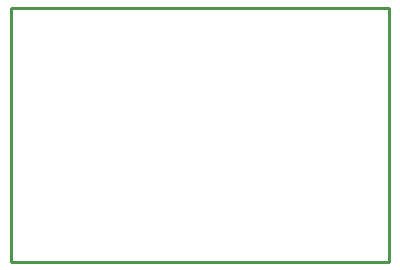
<source format=gko>
G04 Layer: BoardOutline*
G04 EasyEDA v6.4.25, 2021-09-25T13:37:10+12:00*
G04 999b5c9e67184b5eb4e2c979d079c973,63364df06a3448e09d62fec64a914f60,10*
G04 Gerber Generator version 0.2*
G04 Scale: 100 percent, Rotated: No, Reflected: No *
G04 Dimensions in millimeters *
G04 leading zeros omitted , absolute positions ,4 integer and 5 decimal *
%FSLAX45Y45*%
%MOMM*%

%ADD10C,0.2540*%
D10*
X700001Y5900000D02*
G01*
X3899999Y5900000D01*
X3899999Y3750000D01*
X700001Y3750000D01*
X700001Y5900000D01*

%LPD*%
M02*

</source>
